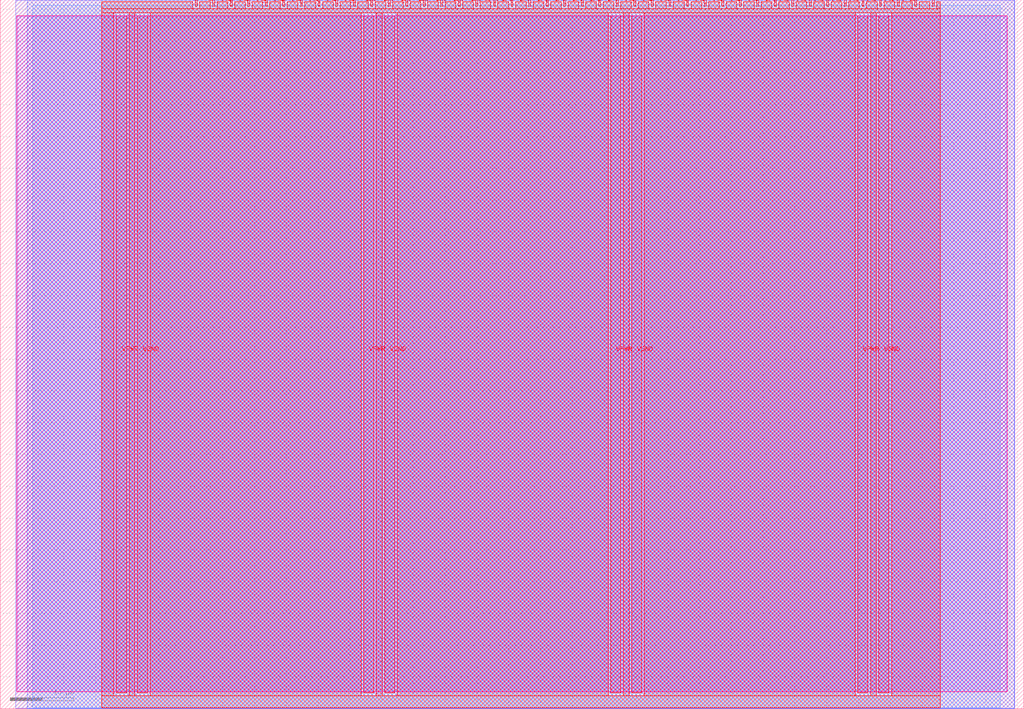
<source format=lef>
VERSION 5.7 ;
  NOWIREEXTENSIONATPIN ON ;
  DIVIDERCHAR "/" ;
  BUSBITCHARS "[]" ;
MACRO tt_um_virantha_enigma
  CLASS BLOCK ;
  FOREIGN tt_um_virantha_enigma ;
  ORIGIN 0.000 0.000 ;
  SIZE 161.000 BY 111.520 ;
  PIN VGND
    DIRECTION INOUT ;
    USE GROUND ;
    PORT
      LAYER met4 ;
        RECT 21.580 2.480 23.180 109.040 ;
    END
    PORT
      LAYER met4 ;
        RECT 60.450 2.480 62.050 109.040 ;
    END
    PORT
      LAYER met4 ;
        RECT 99.320 2.480 100.920 109.040 ;
    END
    PORT
      LAYER met4 ;
        RECT 138.190 2.480 139.790 109.040 ;
    END
  END VGND
  PIN VPWR
    DIRECTION INOUT ;
    USE POWER ;
    PORT
      LAYER met4 ;
        RECT 18.280 2.480 19.880 109.040 ;
    END
    PORT
      LAYER met4 ;
        RECT 57.150 2.480 58.750 109.040 ;
    END
    PORT
      LAYER met4 ;
        RECT 96.020 2.480 97.620 109.040 ;
    END
    PORT
      LAYER met4 ;
        RECT 134.890 2.480 136.490 109.040 ;
    END
  END VPWR
  PIN clk
    DIRECTION INPUT ;
    USE SIGNAL ;
    ANTENNAGATEAREA 0.852000 ;
    ANTENNADIFFAREA 0.434700 ;
    PORT
      LAYER met4 ;
        RECT 143.830 110.520 144.130 111.520 ;
    END
  END clk
  PIN ena
    DIRECTION INPUT ;
    USE SIGNAL ;
    PORT
      LAYER met4 ;
        RECT 146.590 110.520 146.890 111.520 ;
    END
  END ena
  PIN rst_n
    DIRECTION INPUT ;
    USE SIGNAL ;
    ANTENNAGATEAREA 0.196500 ;
    ANTENNADIFFAREA 0.434700 ;
    PORT
      LAYER met4 ;
        RECT 141.070 110.520 141.370 111.520 ;
    END
  END rst_n
  PIN ui_in[0]
    DIRECTION INPUT ;
    USE SIGNAL ;
    ANTENNAGATEAREA 0.196500 ;
    ANTENNADIFFAREA 0.434700 ;
    PORT
      LAYER met4 ;
        RECT 138.310 110.520 138.610 111.520 ;
    END
  END ui_in[0]
  PIN ui_in[1]
    DIRECTION INPUT ;
    USE SIGNAL ;
    ANTENNAGATEAREA 0.196500 ;
    ANTENNADIFFAREA 0.434700 ;
    PORT
      LAYER met4 ;
        RECT 135.550 110.520 135.850 111.520 ;
    END
  END ui_in[1]
  PIN ui_in[2]
    DIRECTION INPUT ;
    USE SIGNAL ;
    ANTENNAGATEAREA 0.196500 ;
    ANTENNADIFFAREA 0.434700 ;
    PORT
      LAYER met4 ;
        RECT 132.790 110.520 133.090 111.520 ;
    END
  END ui_in[2]
  PIN ui_in[3]
    DIRECTION INPUT ;
    USE SIGNAL ;
    ANTENNAGATEAREA 0.196500 ;
    ANTENNADIFFAREA 0.434700 ;
    PORT
      LAYER met4 ;
        RECT 130.030 110.520 130.330 111.520 ;
    END
  END ui_in[3]
  PIN ui_in[4]
    DIRECTION INPUT ;
    USE SIGNAL ;
    ANTENNAGATEAREA 0.196500 ;
    ANTENNADIFFAREA 0.434700 ;
    PORT
      LAYER met4 ;
        RECT 127.270 110.520 127.570 111.520 ;
    END
  END ui_in[4]
  PIN ui_in[5]
    DIRECTION INPUT ;
    USE SIGNAL ;
    ANTENNAGATEAREA 0.213000 ;
    ANTENNADIFFAREA 0.434700 ;
    PORT
      LAYER met4 ;
        RECT 124.510 110.520 124.810 111.520 ;
    END
  END ui_in[5]
  PIN ui_in[6]
    DIRECTION INPUT ;
    USE SIGNAL ;
    ANTENNAGATEAREA 0.196500 ;
    ANTENNADIFFAREA 0.434700 ;
    PORT
      LAYER met4 ;
        RECT 121.750 110.520 122.050 111.520 ;
    END
  END ui_in[6]
  PIN ui_in[7]
    DIRECTION INPUT ;
    USE SIGNAL ;
    ANTENNAGATEAREA 0.196500 ;
    ANTENNADIFFAREA 0.434700 ;
    PORT
      LAYER met4 ;
        RECT 118.990 110.520 119.290 111.520 ;
    END
  END ui_in[7]
  PIN uio_in[0]
    DIRECTION INPUT ;
    USE SIGNAL ;
    PORT
      LAYER met4 ;
        RECT 116.230 110.520 116.530 111.520 ;
    END
  END uio_in[0]
  PIN uio_in[1]
    DIRECTION INPUT ;
    USE SIGNAL ;
    PORT
      LAYER met4 ;
        RECT 113.470 110.520 113.770 111.520 ;
    END
  END uio_in[1]
  PIN uio_in[2]
    DIRECTION INPUT ;
    USE SIGNAL ;
    PORT
      LAYER met4 ;
        RECT 110.710 110.520 111.010 111.520 ;
    END
  END uio_in[2]
  PIN uio_in[3]
    DIRECTION INPUT ;
    USE SIGNAL ;
    PORT
      LAYER met4 ;
        RECT 107.950 110.520 108.250 111.520 ;
    END
  END uio_in[3]
  PIN uio_in[4]
    DIRECTION INPUT ;
    USE SIGNAL ;
    PORT
      LAYER met4 ;
        RECT 105.190 110.520 105.490 111.520 ;
    END
  END uio_in[4]
  PIN uio_in[5]
    DIRECTION INPUT ;
    USE SIGNAL ;
    PORT
      LAYER met4 ;
        RECT 102.430 110.520 102.730 111.520 ;
    END
  END uio_in[5]
  PIN uio_in[6]
    DIRECTION INPUT ;
    USE SIGNAL ;
    PORT
      LAYER met4 ;
        RECT 99.670 110.520 99.970 111.520 ;
    END
  END uio_in[6]
  PIN uio_in[7]
    DIRECTION INPUT ;
    USE SIGNAL ;
    PORT
      LAYER met4 ;
        RECT 96.910 110.520 97.210 111.520 ;
    END
  END uio_in[7]
  PIN uio_oe[0]
    DIRECTION OUTPUT ;
    USE SIGNAL ;
    PORT
      LAYER met4 ;
        RECT 49.990 110.520 50.290 111.520 ;
    END
  END uio_oe[0]
  PIN uio_oe[1]
    DIRECTION OUTPUT ;
    USE SIGNAL ;
    PORT
      LAYER met4 ;
        RECT 47.230 110.520 47.530 111.520 ;
    END
  END uio_oe[1]
  PIN uio_oe[2]
    DIRECTION OUTPUT ;
    USE SIGNAL ;
    PORT
      LAYER met4 ;
        RECT 44.470 110.520 44.770 111.520 ;
    END
  END uio_oe[2]
  PIN uio_oe[3]
    DIRECTION OUTPUT ;
    USE SIGNAL ;
    PORT
      LAYER met4 ;
        RECT 41.710 110.520 42.010 111.520 ;
    END
  END uio_oe[3]
  PIN uio_oe[4]
    DIRECTION OUTPUT ;
    USE SIGNAL ;
    PORT
      LAYER met4 ;
        RECT 38.950 110.520 39.250 111.520 ;
    END
  END uio_oe[4]
  PIN uio_oe[5]
    DIRECTION OUTPUT ;
    USE SIGNAL ;
    PORT
      LAYER met4 ;
        RECT 36.190 110.520 36.490 111.520 ;
    END
  END uio_oe[5]
  PIN uio_oe[6]
    DIRECTION OUTPUT ;
    USE SIGNAL ;
    PORT
      LAYER met4 ;
        RECT 33.430 110.520 33.730 111.520 ;
    END
  END uio_oe[6]
  PIN uio_oe[7]
    DIRECTION OUTPUT ;
    USE SIGNAL ;
    PORT
      LAYER met4 ;
        RECT 30.670 110.520 30.970 111.520 ;
    END
  END uio_oe[7]
  PIN uio_out[0]
    DIRECTION OUTPUT ;
    USE SIGNAL ;
    ANTENNAGATEAREA 1.368000 ;
    ANTENNADIFFAREA 0.891000 ;
    PORT
      LAYER met4 ;
        RECT 72.070 110.520 72.370 111.520 ;
    END
  END uio_out[0]
  PIN uio_out[1]
    DIRECTION OUTPUT ;
    USE SIGNAL ;
    ANTENNAGATEAREA 1.732500 ;
    ANTENNADIFFAREA 0.891000 ;
    PORT
      LAYER met4 ;
        RECT 69.310 110.520 69.610 111.520 ;
    END
  END uio_out[1]
  PIN uio_out[2]
    DIRECTION OUTPUT ;
    USE SIGNAL ;
    ANTENNAGATEAREA 1.116000 ;
    ANTENNADIFFAREA 0.891000 ;
    PORT
      LAYER met4 ;
        RECT 66.550 110.520 66.850 111.520 ;
    END
  END uio_out[2]
  PIN uio_out[3]
    DIRECTION OUTPUT ;
    USE SIGNAL ;
    ANTENNAGATEAREA 1.207500 ;
    ANTENNADIFFAREA 0.891000 ;
    PORT
      LAYER met4 ;
        RECT 63.790 110.520 64.090 111.520 ;
    END
  END uio_out[3]
  PIN uio_out[4]
    DIRECTION OUTPUT ;
    USE SIGNAL ;
    ANTENNAGATEAREA 2.353500 ;
    ANTENNADIFFAREA 0.891000 ;
    PORT
      LAYER met4 ;
        RECT 61.030 110.520 61.330 111.520 ;
    END
  END uio_out[4]
  PIN uio_out[5]
    DIRECTION OUTPUT ;
    USE SIGNAL ;
    ANTENNAGATEAREA 0.495000 ;
    ANTENNADIFFAREA 1.242000 ;
    PORT
      LAYER met4 ;
        RECT 58.270 110.520 58.570 111.520 ;
    END
  END uio_out[5]
  PIN uio_out[6]
    DIRECTION OUTPUT ;
    USE SIGNAL ;
    PORT
      LAYER met4 ;
        RECT 55.510 110.520 55.810 111.520 ;
    END
  END uio_out[6]
  PIN uio_out[7]
    DIRECTION OUTPUT ;
    USE SIGNAL ;
    PORT
      LAYER met4 ;
        RECT 52.750 110.520 53.050 111.520 ;
    END
  END uio_out[7]
  PIN uo_out[0]
    DIRECTION OUTPUT ;
    USE SIGNAL ;
    ANTENNADIFFAREA 0.891000 ;
    PORT
      LAYER met4 ;
        RECT 94.150 110.520 94.450 111.520 ;
    END
  END uo_out[0]
  PIN uo_out[1]
    DIRECTION OUTPUT ;
    USE SIGNAL ;
    ANTENNADIFFAREA 0.891000 ;
    PORT
      LAYER met4 ;
        RECT 91.390 110.520 91.690 111.520 ;
    END
  END uo_out[1]
  PIN uo_out[2]
    DIRECTION OUTPUT ;
    USE SIGNAL ;
    ANTENNADIFFAREA 0.891000 ;
    PORT
      LAYER met4 ;
        RECT 88.630 110.520 88.930 111.520 ;
    END
  END uo_out[2]
  PIN uo_out[3]
    DIRECTION OUTPUT ;
    USE SIGNAL ;
    ANTENNADIFFAREA 0.891000 ;
    PORT
      LAYER met4 ;
        RECT 85.870 110.520 86.170 111.520 ;
    END
  END uo_out[3]
  PIN uo_out[4]
    DIRECTION OUTPUT ;
    USE SIGNAL ;
    ANTENNADIFFAREA 0.462000 ;
    PORT
      LAYER met4 ;
        RECT 83.110 110.520 83.410 111.520 ;
    END
  END uo_out[4]
  PIN uo_out[5]
    DIRECTION OUTPUT ;
    USE SIGNAL ;
    ANTENNADIFFAREA 0.891000 ;
    PORT
      LAYER met4 ;
        RECT 80.350 110.520 80.650 111.520 ;
    END
  END uo_out[5]
  PIN uo_out[6]
    DIRECTION OUTPUT ;
    USE SIGNAL ;
    ANTENNADIFFAREA 0.891000 ;
    PORT
      LAYER met4 ;
        RECT 77.590 110.520 77.890 111.520 ;
    END
  END uo_out[6]
  PIN uo_out[7]
    DIRECTION OUTPUT ;
    USE SIGNAL ;
    PORT
      LAYER met4 ;
        RECT 74.830 110.520 75.130 111.520 ;
    END
  END uo_out[7]
  OBS
      LAYER nwell ;
        RECT 2.570 2.635 158.430 108.990 ;
      LAYER li1 ;
        RECT 2.760 2.635 158.240 108.885 ;
      LAYER met1 ;
        RECT 2.460 0.040 159.550 111.480 ;
      LAYER met2 ;
        RECT 4.240 0.010 159.520 111.510 ;
      LAYER met3 ;
        RECT 5.125 0.175 157.255 110.665 ;
      LAYER met4 ;
        RECT 15.935 110.120 30.270 111.170 ;
        RECT 31.370 110.120 33.030 111.170 ;
        RECT 34.130 110.120 35.790 111.170 ;
        RECT 36.890 110.120 38.550 111.170 ;
        RECT 39.650 110.120 41.310 111.170 ;
        RECT 42.410 110.120 44.070 111.170 ;
        RECT 45.170 110.120 46.830 111.170 ;
        RECT 47.930 110.120 49.590 111.170 ;
        RECT 50.690 110.120 52.350 111.170 ;
        RECT 53.450 110.120 55.110 111.170 ;
        RECT 56.210 110.120 57.870 111.170 ;
        RECT 58.970 110.120 60.630 111.170 ;
        RECT 61.730 110.120 63.390 111.170 ;
        RECT 64.490 110.120 66.150 111.170 ;
        RECT 67.250 110.120 68.910 111.170 ;
        RECT 70.010 110.120 71.670 111.170 ;
        RECT 72.770 110.120 74.430 111.170 ;
        RECT 75.530 110.120 77.190 111.170 ;
        RECT 78.290 110.120 79.950 111.170 ;
        RECT 81.050 110.120 82.710 111.170 ;
        RECT 83.810 110.120 85.470 111.170 ;
        RECT 86.570 110.120 88.230 111.170 ;
        RECT 89.330 110.120 90.990 111.170 ;
        RECT 92.090 110.120 93.750 111.170 ;
        RECT 94.850 110.120 96.510 111.170 ;
        RECT 97.610 110.120 99.270 111.170 ;
        RECT 100.370 110.120 102.030 111.170 ;
        RECT 103.130 110.120 104.790 111.170 ;
        RECT 105.890 110.120 107.550 111.170 ;
        RECT 108.650 110.120 110.310 111.170 ;
        RECT 111.410 110.120 113.070 111.170 ;
        RECT 114.170 110.120 115.830 111.170 ;
        RECT 116.930 110.120 118.590 111.170 ;
        RECT 119.690 110.120 121.350 111.170 ;
        RECT 122.450 110.120 124.110 111.170 ;
        RECT 125.210 110.120 126.870 111.170 ;
        RECT 127.970 110.120 129.630 111.170 ;
        RECT 130.730 110.120 132.390 111.170 ;
        RECT 133.490 110.120 135.150 111.170 ;
        RECT 136.250 110.120 137.910 111.170 ;
        RECT 139.010 110.120 140.670 111.170 ;
        RECT 141.770 110.120 143.430 111.170 ;
        RECT 144.530 110.120 146.190 111.170 ;
        RECT 147.290 110.120 147.825 111.170 ;
        RECT 15.935 109.440 147.825 110.120 ;
        RECT 15.935 2.080 17.880 109.440 ;
        RECT 20.280 2.080 21.180 109.440 ;
        RECT 23.580 2.080 56.750 109.440 ;
        RECT 59.150 2.080 60.050 109.440 ;
        RECT 62.450 2.080 95.620 109.440 ;
        RECT 98.020 2.080 98.920 109.440 ;
        RECT 101.320 2.080 134.490 109.440 ;
        RECT 136.890 2.080 137.790 109.440 ;
        RECT 140.190 2.080 147.825 109.440 ;
        RECT 15.935 0.175 147.825 2.080 ;
  END
END tt_um_virantha_enigma
END LIBRARY


</source>
